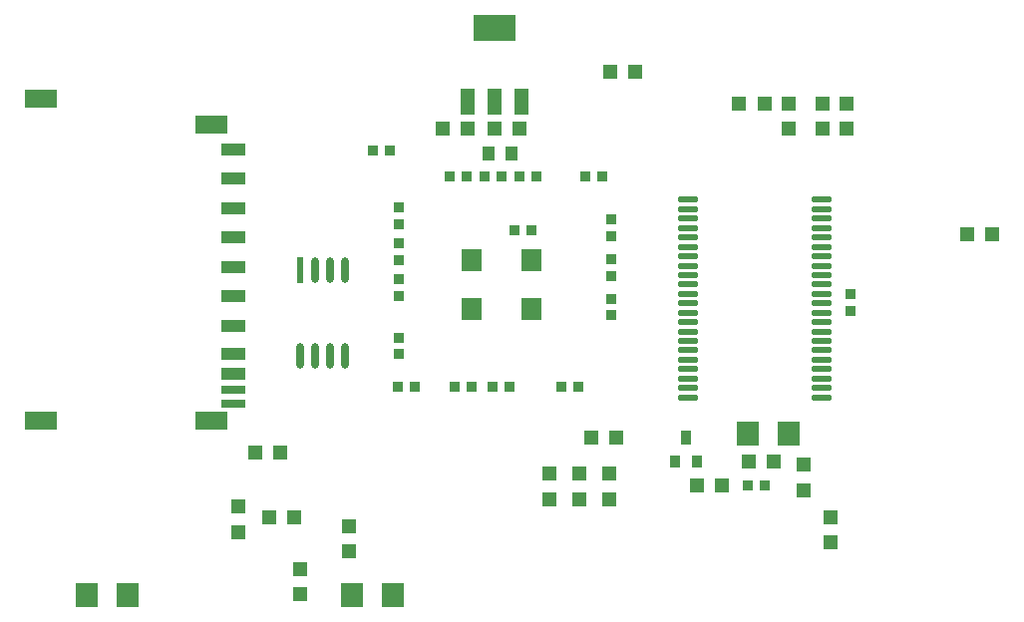
<source format=gbp>
G04 Layer_Color=128*
%FSLAX23Y23*%
%MOIN*%
G70*
G01*
G75*
%ADD11R,0.050X0.050*%
%ADD12R,0.038X0.032*%
%ADD18R,0.050X0.050*%
%ADD19R,0.032X0.038*%
%ADD20R,0.048X0.088*%
%ADD21R,0.142X0.088*%
%ADD22R,0.040X0.048*%
%ADD52R,0.075X0.084*%
%ADD53R,0.070X0.078*%
%ADD54R,0.034X0.050*%
%ADD55R,0.034X0.040*%
%ADD56R,0.024X0.086*%
%ADD57O,0.024X0.086*%
%ADD58R,0.081X0.039*%
%ADD59R,0.081X0.028*%
%ADD60R,0.110X0.059*%
%ADD61O,0.071X0.022*%
D11*
X1984Y625D02*
D03*
X1900D02*
D03*
X2478Y1743D02*
D03*
X2394D02*
D03*
X3155Y1305D02*
D03*
X3239D02*
D03*
X2045Y1850D02*
D03*
X1961D02*
D03*
X1485Y1660D02*
D03*
X1401D02*
D03*
X1575D02*
D03*
X1659D02*
D03*
X2335Y465D02*
D03*
X2251D02*
D03*
X2509Y545D02*
D03*
X2425D02*
D03*
X905Y360D02*
D03*
X821D02*
D03*
X775Y575D02*
D03*
X859D02*
D03*
D12*
X2765Y1049D02*
D03*
Y1105D02*
D03*
X1255Y1339D02*
D03*
Y1395D02*
D03*
Y1276D02*
D03*
Y1220D02*
D03*
Y1099D02*
D03*
Y1155D02*
D03*
Y904D02*
D03*
Y960D02*
D03*
X1965Y1034D02*
D03*
Y1090D02*
D03*
Y1221D02*
D03*
Y1165D02*
D03*
Y1356D02*
D03*
Y1300D02*
D03*
D18*
X2674Y1742D02*
D03*
Y1658D02*
D03*
X2559D02*
D03*
Y1742D02*
D03*
X2754Y1658D02*
D03*
Y1742D02*
D03*
X2610Y450D02*
D03*
Y534D02*
D03*
X1960Y504D02*
D03*
Y420D02*
D03*
X1860D02*
D03*
Y504D02*
D03*
X1760Y420D02*
D03*
Y504D02*
D03*
X2700Y360D02*
D03*
Y276D02*
D03*
X1090Y330D02*
D03*
Y246D02*
D03*
X720Y310D02*
D03*
Y394D02*
D03*
X925Y185D02*
D03*
Y101D02*
D03*
D19*
X2424Y465D02*
D03*
X2480D02*
D03*
X1169Y1585D02*
D03*
X1225D02*
D03*
X1254Y795D02*
D03*
X1310D02*
D03*
X1444D02*
D03*
X1500D02*
D03*
X1626D02*
D03*
X1570D02*
D03*
X1799D02*
D03*
X1855D02*
D03*
X1481Y1500D02*
D03*
X1425D02*
D03*
X1544D02*
D03*
X1600D02*
D03*
X1716D02*
D03*
X1660D02*
D03*
X1936D02*
D03*
X1880D02*
D03*
X1644Y1318D02*
D03*
X1700D02*
D03*
D20*
X1665Y1750D02*
D03*
X1575D02*
D03*
X1485D02*
D03*
D21*
X1575Y1994D02*
D03*
D22*
X1634Y1575D02*
D03*
X1555D02*
D03*
D52*
X2424Y640D02*
D03*
X2560D02*
D03*
X1100Y100D02*
D03*
X1236D02*
D03*
X350D02*
D03*
X214D02*
D03*
D53*
X1700Y1055D02*
D03*
X1500D02*
D03*
X1500Y1220D02*
D03*
X1700D02*
D03*
D54*
X2215Y625D02*
D03*
D55*
X2252Y546D02*
D03*
X2178D02*
D03*
D56*
X925Y1185D02*
D03*
D57*
X975D02*
D03*
X1025D02*
D03*
X1075D02*
D03*
Y900D02*
D03*
X1025D02*
D03*
X975D02*
D03*
X925D02*
D03*
D58*
X701Y1491D02*
D03*
Y1393D02*
D03*
Y1294D02*
D03*
Y1196D02*
D03*
Y1098D02*
D03*
Y999D02*
D03*
Y904D02*
D03*
Y837D02*
D03*
Y1590D02*
D03*
D59*
Y784D02*
D03*
Y737D02*
D03*
D60*
X630Y683D02*
D03*
Y1671D02*
D03*
X59Y683D02*
D03*
Y1758D02*
D03*
D61*
X2669Y1421D02*
D03*
X2669Y1389D02*
D03*
X2669Y1358D02*
D03*
Y1326D02*
D03*
Y1295D02*
D03*
Y1263D02*
D03*
Y1232D02*
D03*
Y1200D02*
D03*
Y1169D02*
D03*
Y1137D02*
D03*
Y1106D02*
D03*
Y1074D02*
D03*
Y1043D02*
D03*
Y1011D02*
D03*
Y980D02*
D03*
Y948D02*
D03*
Y917D02*
D03*
Y885D02*
D03*
X2669Y854D02*
D03*
Y822D02*
D03*
Y791D02*
D03*
X2669Y759D02*
D03*
X2221Y1421D02*
D03*
Y1389D02*
D03*
Y1358D02*
D03*
Y1326D02*
D03*
Y1295D02*
D03*
Y1263D02*
D03*
Y1232D02*
D03*
Y1200D02*
D03*
Y1169D02*
D03*
Y1137D02*
D03*
Y1106D02*
D03*
Y1074D02*
D03*
Y1043D02*
D03*
Y1011D02*
D03*
Y980D02*
D03*
Y948D02*
D03*
Y917D02*
D03*
Y885D02*
D03*
Y854D02*
D03*
Y822D02*
D03*
Y791D02*
D03*
Y759D02*
D03*
M02*

</source>
